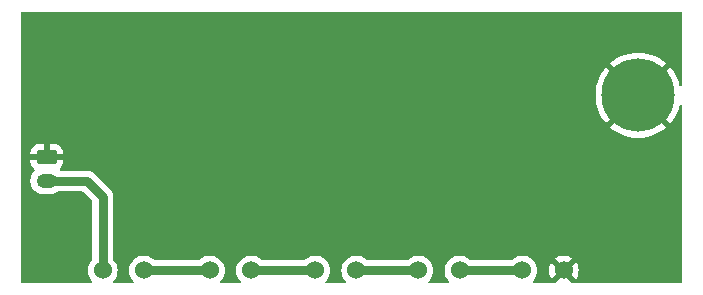
<source format=gtl>
G04 #@! TF.GenerationSoftware,KiCad,Pcbnew,8.0.0-rc1*
G04 #@! TF.CreationDate,2025-04-08T13:29:49+03:00*
G04 #@! TF.ProjectId,ST_Board_V1.0,53545f42-6f61-4726-945f-56312e302e6b,rev?*
G04 #@! TF.SameCoordinates,Original*
G04 #@! TF.FileFunction,Copper,L1,Top*
G04 #@! TF.FilePolarity,Positive*
%FSLAX46Y46*%
G04 Gerber Fmt 4.6, Leading zero omitted, Abs format (unit mm)*
G04 Created by KiCad (PCBNEW 8.0.0-rc1) date 2025-04-08 13:29:49*
%MOMM*%
%LPD*%
G01*
G04 APERTURE LIST*
G04 Aperture macros list*
%AMRoundRect*
0 Rectangle with rounded corners*
0 $1 Rounding radius*
0 $2 $3 $4 $5 $6 $7 $8 $9 X,Y pos of 4 corners*
0 Add a 4 corners polygon primitive as box body*
4,1,4,$2,$3,$4,$5,$6,$7,$8,$9,$2,$3,0*
0 Add four circle primitives for the rounded corners*
1,1,$1+$1,$2,$3*
1,1,$1+$1,$4,$5*
1,1,$1+$1,$6,$7*
1,1,$1+$1,$8,$9*
0 Add four rect primitives between the rounded corners*
20,1,$1+$1,$2,$3,$4,$5,0*
20,1,$1+$1,$4,$5,$6,$7,0*
20,1,$1+$1,$6,$7,$8,$9,0*
20,1,$1+$1,$8,$9,$2,$3,0*%
G04 Aperture macros list end*
G04 #@! TA.AperFunction,ComponentPad*
%ADD10C,1.524000*%
G04 #@! TD*
G04 #@! TA.AperFunction,ComponentPad*
%ADD11C,0.900000*%
G04 #@! TD*
G04 #@! TA.AperFunction,ComponentPad*
%ADD12C,6.200000*%
G04 #@! TD*
G04 #@! TA.AperFunction,ComponentPad*
%ADD13O,1.750000X1.200000*%
G04 #@! TD*
G04 #@! TA.AperFunction,ComponentPad*
%ADD14RoundRect,0.250000X-0.625000X0.350000X-0.625000X-0.350000X0.625000X-0.350000X0.625000X0.350000X0*%
G04 #@! TD*
G04 #@! TA.AperFunction,Conductor*
%ADD15C,0.762000*%
G04 #@! TD*
G04 APERTURE END LIST*
D10*
X153610000Y-101040000D03*
X157110000Y-101040000D03*
D11*
X174827580Y-86212000D03*
X174077580Y-88062000D03*
X174077580Y-84362000D03*
X172227580Y-88812000D03*
D12*
X172227580Y-86212000D03*
D11*
X172227580Y-83612000D03*
X170377580Y-88062000D03*
X170377580Y-84362000D03*
X169627580Y-86212000D03*
D10*
X162430000Y-101040000D03*
X165930000Y-101040000D03*
X135970000Y-101040000D03*
X139470000Y-101040000D03*
X144880000Y-101040000D03*
X148380000Y-101040000D03*
X126890000Y-101040000D03*
X130390000Y-101040000D03*
D13*
X122150000Y-93457000D03*
D14*
X122150000Y-91457000D03*
D15*
X130390000Y-101040000D02*
X135970000Y-101040000D01*
X139470000Y-101040000D02*
X144880000Y-101040000D01*
X148380000Y-101040000D02*
X153610000Y-101040000D01*
X157110000Y-101040000D02*
X162430000Y-101040000D01*
X126890000Y-94780000D02*
X126890000Y-101040000D01*
X125567000Y-93457000D02*
X126890000Y-94780000D01*
X122150000Y-93457000D02*
X125567000Y-93457000D01*
G04 #@! TA.AperFunction,Conductor*
G36*
X175903039Y-79159685D02*
G01*
X175948794Y-79212489D01*
X175960000Y-79264000D01*
X175960000Y-85290378D01*
X175940315Y-85357417D01*
X175887511Y-85403172D01*
X175818353Y-85413116D01*
X175754797Y-85384091D01*
X175717023Y-85325313D01*
X175716225Y-85322471D01*
X175656080Y-85098007D01*
X175520855Y-84745735D01*
X175349547Y-84409525D01*
X175144039Y-84093070D01*
X174945382Y-83847750D01*
X174372435Y-84420696D01*
X174377580Y-84401496D01*
X174377580Y-84322504D01*
X174357136Y-84246204D01*
X174317640Y-84177795D01*
X174261785Y-84121940D01*
X174193376Y-84082444D01*
X174117076Y-84062000D01*
X174038084Y-84062000D01*
X174018878Y-84067145D01*
X174591829Y-83494195D01*
X174591828Y-83494194D01*
X174346514Y-83295544D01*
X174030054Y-83090032D01*
X173693844Y-82918724D01*
X173341572Y-82783499D01*
X172977090Y-82685837D01*
X172977083Y-82685836D01*
X172604400Y-82626808D01*
X172227581Y-82607060D01*
X172227579Y-82607060D01*
X171850759Y-82626808D01*
X171478076Y-82685836D01*
X171478069Y-82685837D01*
X171113587Y-82783499D01*
X170761315Y-82918724D01*
X170425105Y-83090032D01*
X170108645Y-83295544D01*
X169863329Y-83494195D01*
X169863329Y-83494196D01*
X170436278Y-84067145D01*
X170417076Y-84062000D01*
X170338084Y-84062000D01*
X170261784Y-84082444D01*
X170193375Y-84121940D01*
X170137520Y-84177795D01*
X170098024Y-84246204D01*
X170077580Y-84322504D01*
X170077580Y-84401496D01*
X170082725Y-84420698D01*
X169509776Y-83847749D01*
X169509775Y-83847749D01*
X169311124Y-84093065D01*
X169105612Y-84409525D01*
X168934304Y-84745735D01*
X168799079Y-85098007D01*
X168701417Y-85462489D01*
X168701416Y-85462496D01*
X168642388Y-85835179D01*
X168622640Y-86211999D01*
X168622640Y-86212000D01*
X168642388Y-86588820D01*
X168701416Y-86961503D01*
X168701417Y-86961510D01*
X168799079Y-87325992D01*
X168934304Y-87678264D01*
X169105612Y-88014474D01*
X169311124Y-88330934D01*
X169509774Y-88576248D01*
X169509775Y-88576249D01*
X170082725Y-88003298D01*
X170077580Y-88022504D01*
X170077580Y-88101496D01*
X170098024Y-88177796D01*
X170137520Y-88246205D01*
X170193375Y-88302060D01*
X170261784Y-88341556D01*
X170338084Y-88362000D01*
X170417076Y-88362000D01*
X170436277Y-88356855D01*
X169863330Y-88929802D01*
X170108650Y-89128459D01*
X170425105Y-89333967D01*
X170761315Y-89505275D01*
X171113587Y-89640500D01*
X171478069Y-89738162D01*
X171478076Y-89738163D01*
X171850759Y-89797191D01*
X172227579Y-89816940D01*
X172227581Y-89816940D01*
X172604400Y-89797191D01*
X172977083Y-89738163D01*
X172977090Y-89738162D01*
X173341572Y-89640500D01*
X173693844Y-89505275D01*
X174030054Y-89333967D01*
X174346503Y-89128463D01*
X174591829Y-88929802D01*
X174018882Y-88356855D01*
X174038084Y-88362000D01*
X174117076Y-88362000D01*
X174193376Y-88341556D01*
X174261785Y-88302060D01*
X174317640Y-88246205D01*
X174357136Y-88177796D01*
X174377580Y-88101496D01*
X174377580Y-88022504D01*
X174372434Y-88003300D01*
X174945382Y-88576248D01*
X175144043Y-88330923D01*
X175349547Y-88014474D01*
X175520855Y-87678264D01*
X175656080Y-87325992D01*
X175716225Y-87101528D01*
X175752590Y-87041867D01*
X175815437Y-87011338D01*
X175884812Y-87019633D01*
X175938690Y-87064118D01*
X175959965Y-87130670D01*
X175960000Y-87133621D01*
X175960000Y-102016000D01*
X175940315Y-102083039D01*
X175887511Y-102128794D01*
X175836000Y-102140000D01*
X166727809Y-102140000D01*
X166660770Y-102120315D01*
X166640128Y-102103681D01*
X165957448Y-101421000D01*
X165980160Y-101421000D01*
X166077061Y-101395036D01*
X166163940Y-101344876D01*
X166234876Y-101273940D01*
X166285036Y-101187061D01*
X166311000Y-101090160D01*
X166311000Y-101067447D01*
X166981741Y-101738188D01*
X167027094Y-101673417D01*
X167027100Y-101673407D01*
X167120419Y-101473284D01*
X167120424Y-101473270D01*
X167177573Y-101259986D01*
X167177575Y-101259976D01*
X167196821Y-101040000D01*
X167196821Y-101039999D01*
X167177575Y-100820023D01*
X167177573Y-100820013D01*
X167120424Y-100606729D01*
X167120420Y-100606720D01*
X167027096Y-100406586D01*
X166981741Y-100341811D01*
X166981740Y-100341810D01*
X166311000Y-101012551D01*
X166311000Y-100989840D01*
X166285036Y-100892939D01*
X166234876Y-100806060D01*
X166163940Y-100735124D01*
X166077061Y-100684964D01*
X165980160Y-100659000D01*
X165957448Y-100659000D01*
X166628188Y-99988259D01*
X166628187Y-99988258D01*
X166563411Y-99942901D01*
X166563405Y-99942898D01*
X166363284Y-99849580D01*
X166363270Y-99849575D01*
X166149986Y-99792426D01*
X166149976Y-99792424D01*
X165930001Y-99773179D01*
X165929999Y-99773179D01*
X165710023Y-99792424D01*
X165710013Y-99792426D01*
X165496729Y-99849575D01*
X165496720Y-99849579D01*
X165296590Y-99942901D01*
X165231811Y-99988258D01*
X165902553Y-100659000D01*
X165879840Y-100659000D01*
X165782939Y-100684964D01*
X165696060Y-100735124D01*
X165625124Y-100806060D01*
X165574964Y-100892939D01*
X165549000Y-100989840D01*
X165549000Y-101012553D01*
X164878258Y-100341811D01*
X164832901Y-100406590D01*
X164739579Y-100606720D01*
X164739575Y-100606729D01*
X164682426Y-100820013D01*
X164682424Y-100820023D01*
X164663179Y-101039999D01*
X164663179Y-101040000D01*
X164682424Y-101259976D01*
X164682426Y-101259986D01*
X164739575Y-101473270D01*
X164739580Y-101473284D01*
X164832898Y-101673405D01*
X164832901Y-101673411D01*
X164878258Y-101738187D01*
X164878259Y-101738188D01*
X165549000Y-101067447D01*
X165549000Y-101090160D01*
X165574964Y-101187061D01*
X165625124Y-101273940D01*
X165696060Y-101344876D01*
X165782939Y-101395036D01*
X165879840Y-101421000D01*
X165902553Y-101421000D01*
X165219870Y-102103681D01*
X165158547Y-102137166D01*
X165132189Y-102140000D01*
X163414808Y-102140000D01*
X163347769Y-102120315D01*
X163302014Y-102067511D01*
X163292070Y-101998353D01*
X163321095Y-101934797D01*
X163327127Y-101928319D01*
X163333946Y-101921500D01*
X163400826Y-101854620D01*
X163527534Y-101673662D01*
X163620894Y-101473450D01*
X163678070Y-101260068D01*
X163697323Y-101040000D01*
X163678070Y-100819932D01*
X163620894Y-100606550D01*
X163527534Y-100406339D01*
X163400826Y-100225380D01*
X163244620Y-100069174D01*
X163244616Y-100069171D01*
X163244615Y-100069170D01*
X163063666Y-99942468D01*
X163063662Y-99942466D01*
X163063660Y-99942465D01*
X162863450Y-99849106D01*
X162863447Y-99849105D01*
X162863445Y-99849104D01*
X162650070Y-99791930D01*
X162650062Y-99791929D01*
X162430002Y-99772677D01*
X162429998Y-99772677D01*
X162209937Y-99791929D01*
X162209929Y-99791930D01*
X161996554Y-99849104D01*
X161996548Y-99849107D01*
X161796340Y-99942465D01*
X161796338Y-99942466D01*
X161615378Y-100069174D01*
X161562374Y-100122180D01*
X161501051Y-100155666D01*
X161474692Y-100158500D01*
X158065308Y-100158500D01*
X157998269Y-100138815D01*
X157977627Y-100122181D01*
X157924621Y-100069175D01*
X157924615Y-100069170D01*
X157743666Y-99942468D01*
X157743662Y-99942466D01*
X157743660Y-99942465D01*
X157543450Y-99849106D01*
X157543447Y-99849105D01*
X157543445Y-99849104D01*
X157330070Y-99791930D01*
X157330062Y-99791929D01*
X157110002Y-99772677D01*
X157109998Y-99772677D01*
X156889937Y-99791929D01*
X156889929Y-99791930D01*
X156676554Y-99849104D01*
X156676548Y-99849107D01*
X156476340Y-99942465D01*
X156476338Y-99942466D01*
X156295377Y-100069175D01*
X156139175Y-100225377D01*
X156012466Y-100406338D01*
X156012465Y-100406340D01*
X155919107Y-100606548D01*
X155919104Y-100606554D01*
X155861930Y-100819929D01*
X155861929Y-100819937D01*
X155842677Y-101039997D01*
X155842677Y-101040002D01*
X155861929Y-101260062D01*
X155861930Y-101260070D01*
X155919104Y-101473445D01*
X155919105Y-101473447D01*
X155919106Y-101473450D01*
X156012346Y-101673405D01*
X156012466Y-101673662D01*
X156012468Y-101673666D01*
X156139170Y-101854615D01*
X156139175Y-101854621D01*
X156212873Y-101928319D01*
X156246358Y-101989642D01*
X156241374Y-102059334D01*
X156199502Y-102115267D01*
X156134038Y-102139684D01*
X156125192Y-102140000D01*
X154594808Y-102140000D01*
X154527769Y-102120315D01*
X154482014Y-102067511D01*
X154472070Y-101998353D01*
X154501095Y-101934797D01*
X154507127Y-101928319D01*
X154513946Y-101921500D01*
X154580826Y-101854620D01*
X154707534Y-101673662D01*
X154800894Y-101473450D01*
X154858070Y-101260068D01*
X154877323Y-101040000D01*
X154858070Y-100819932D01*
X154800894Y-100606550D01*
X154707534Y-100406339D01*
X154580826Y-100225380D01*
X154424620Y-100069174D01*
X154424616Y-100069171D01*
X154424615Y-100069170D01*
X154243666Y-99942468D01*
X154243662Y-99942466D01*
X154243660Y-99942465D01*
X154043450Y-99849106D01*
X154043447Y-99849105D01*
X154043445Y-99849104D01*
X153830070Y-99791930D01*
X153830062Y-99791929D01*
X153610002Y-99772677D01*
X153609998Y-99772677D01*
X153389937Y-99791929D01*
X153389929Y-99791930D01*
X153176554Y-99849104D01*
X153176548Y-99849107D01*
X152976340Y-99942465D01*
X152976338Y-99942466D01*
X152795378Y-100069174D01*
X152742374Y-100122180D01*
X152681051Y-100155666D01*
X152654692Y-100158500D01*
X149335308Y-100158500D01*
X149268269Y-100138815D01*
X149247627Y-100122181D01*
X149194621Y-100069175D01*
X149194615Y-100069170D01*
X149013666Y-99942468D01*
X149013662Y-99942466D01*
X149013660Y-99942465D01*
X148813450Y-99849106D01*
X148813447Y-99849105D01*
X148813445Y-99849104D01*
X148600070Y-99791930D01*
X148600062Y-99791929D01*
X148380002Y-99772677D01*
X148379998Y-99772677D01*
X148159937Y-99791929D01*
X148159929Y-99791930D01*
X147946554Y-99849104D01*
X147946548Y-99849107D01*
X147746340Y-99942465D01*
X147746338Y-99942466D01*
X147565377Y-100069175D01*
X147409175Y-100225377D01*
X147282466Y-100406338D01*
X147282465Y-100406340D01*
X147189107Y-100606548D01*
X147189104Y-100606554D01*
X147131930Y-100819929D01*
X147131929Y-100819937D01*
X147112677Y-101039997D01*
X147112677Y-101040002D01*
X147131929Y-101260062D01*
X147131930Y-101260070D01*
X147189104Y-101473445D01*
X147189105Y-101473447D01*
X147189106Y-101473450D01*
X147282346Y-101673405D01*
X147282466Y-101673662D01*
X147282468Y-101673666D01*
X147409170Y-101854615D01*
X147409175Y-101854621D01*
X147482873Y-101928319D01*
X147516358Y-101989642D01*
X147511374Y-102059334D01*
X147469502Y-102115267D01*
X147404038Y-102139684D01*
X147395192Y-102140000D01*
X145864808Y-102140000D01*
X145797769Y-102120315D01*
X145752014Y-102067511D01*
X145742070Y-101998353D01*
X145771095Y-101934797D01*
X145777127Y-101928319D01*
X145783946Y-101921500D01*
X145850826Y-101854620D01*
X145977534Y-101673662D01*
X146070894Y-101473450D01*
X146128070Y-101260068D01*
X146147323Y-101040000D01*
X146128070Y-100819932D01*
X146070894Y-100606550D01*
X145977534Y-100406339D01*
X145850826Y-100225380D01*
X145694620Y-100069174D01*
X145694616Y-100069171D01*
X145694615Y-100069170D01*
X145513666Y-99942468D01*
X145513662Y-99942466D01*
X145513660Y-99942465D01*
X145313450Y-99849106D01*
X145313447Y-99849105D01*
X145313445Y-99849104D01*
X145100070Y-99791930D01*
X145100062Y-99791929D01*
X144880002Y-99772677D01*
X144879998Y-99772677D01*
X144659937Y-99791929D01*
X144659929Y-99791930D01*
X144446554Y-99849104D01*
X144446548Y-99849107D01*
X144246340Y-99942465D01*
X144246338Y-99942466D01*
X144065378Y-100069174D01*
X144012374Y-100122180D01*
X143951051Y-100155666D01*
X143924692Y-100158500D01*
X140425308Y-100158500D01*
X140358269Y-100138815D01*
X140337627Y-100122181D01*
X140284621Y-100069175D01*
X140284615Y-100069170D01*
X140103666Y-99942468D01*
X140103662Y-99942466D01*
X140103660Y-99942465D01*
X139903450Y-99849106D01*
X139903447Y-99849105D01*
X139903445Y-99849104D01*
X139690070Y-99791930D01*
X139690062Y-99791929D01*
X139470002Y-99772677D01*
X139469998Y-99772677D01*
X139249937Y-99791929D01*
X139249929Y-99791930D01*
X139036554Y-99849104D01*
X139036548Y-99849107D01*
X138836340Y-99942465D01*
X138836338Y-99942466D01*
X138655377Y-100069175D01*
X138499175Y-100225377D01*
X138372466Y-100406338D01*
X138372465Y-100406340D01*
X138279107Y-100606548D01*
X138279104Y-100606554D01*
X138221930Y-100819929D01*
X138221929Y-100819937D01*
X138202677Y-101039997D01*
X138202677Y-101040002D01*
X138221929Y-101260062D01*
X138221930Y-101260070D01*
X138279104Y-101473445D01*
X138279105Y-101473447D01*
X138279106Y-101473450D01*
X138372346Y-101673405D01*
X138372466Y-101673662D01*
X138372468Y-101673666D01*
X138499170Y-101854615D01*
X138499175Y-101854621D01*
X138572873Y-101928319D01*
X138606358Y-101989642D01*
X138601374Y-102059334D01*
X138559502Y-102115267D01*
X138494038Y-102139684D01*
X138485192Y-102140000D01*
X136954808Y-102140000D01*
X136887769Y-102120315D01*
X136842014Y-102067511D01*
X136832070Y-101998353D01*
X136861095Y-101934797D01*
X136867127Y-101928319D01*
X136873946Y-101921500D01*
X136940826Y-101854620D01*
X137067534Y-101673662D01*
X137160894Y-101473450D01*
X137218070Y-101260068D01*
X137237323Y-101040000D01*
X137218070Y-100819932D01*
X137160894Y-100606550D01*
X137067534Y-100406339D01*
X136940826Y-100225380D01*
X136784620Y-100069174D01*
X136784616Y-100069171D01*
X136784615Y-100069170D01*
X136603666Y-99942468D01*
X136603662Y-99942466D01*
X136603660Y-99942465D01*
X136403450Y-99849106D01*
X136403447Y-99849105D01*
X136403445Y-99849104D01*
X136190070Y-99791930D01*
X136190062Y-99791929D01*
X135970002Y-99772677D01*
X135969998Y-99772677D01*
X135749937Y-99791929D01*
X135749929Y-99791930D01*
X135536554Y-99849104D01*
X135536548Y-99849107D01*
X135336340Y-99942465D01*
X135336338Y-99942466D01*
X135155378Y-100069174D01*
X135102374Y-100122180D01*
X135041051Y-100155666D01*
X135014692Y-100158500D01*
X131345308Y-100158500D01*
X131278269Y-100138815D01*
X131257627Y-100122181D01*
X131204621Y-100069175D01*
X131204615Y-100069170D01*
X131023666Y-99942468D01*
X131023662Y-99942466D01*
X131023660Y-99942465D01*
X130823450Y-99849106D01*
X130823447Y-99849105D01*
X130823445Y-99849104D01*
X130610070Y-99791930D01*
X130610062Y-99791929D01*
X130390002Y-99772677D01*
X130389998Y-99772677D01*
X130169937Y-99791929D01*
X130169929Y-99791930D01*
X129956554Y-99849104D01*
X129956548Y-99849107D01*
X129756340Y-99942465D01*
X129756338Y-99942466D01*
X129575377Y-100069175D01*
X129419175Y-100225377D01*
X129292466Y-100406338D01*
X129292465Y-100406340D01*
X129199107Y-100606548D01*
X129199104Y-100606554D01*
X129141930Y-100819929D01*
X129141929Y-100819937D01*
X129122677Y-101039997D01*
X129122677Y-101040002D01*
X129141929Y-101260062D01*
X129141930Y-101260070D01*
X129199104Y-101473445D01*
X129199105Y-101473447D01*
X129199106Y-101473450D01*
X129292346Y-101673405D01*
X129292466Y-101673662D01*
X129292468Y-101673666D01*
X129419170Y-101854615D01*
X129419175Y-101854621D01*
X129492873Y-101928319D01*
X129526358Y-101989642D01*
X129521374Y-102059334D01*
X129479502Y-102115267D01*
X129414038Y-102139684D01*
X129405192Y-102140000D01*
X127874808Y-102140000D01*
X127807769Y-102120315D01*
X127762014Y-102067511D01*
X127752070Y-101998353D01*
X127781095Y-101934797D01*
X127787127Y-101928319D01*
X127793946Y-101921500D01*
X127860826Y-101854620D01*
X127987534Y-101673662D01*
X128080894Y-101473450D01*
X128138070Y-101260068D01*
X128157323Y-101040000D01*
X128138070Y-100819932D01*
X128080894Y-100606550D01*
X127987534Y-100406339D01*
X127860826Y-100225380D01*
X127860824Y-100225377D01*
X127807819Y-100172372D01*
X127774334Y-100111049D01*
X127771500Y-100084691D01*
X127771500Y-94693179D01*
X127771499Y-94693175D01*
X127737626Y-94522883D01*
X127737625Y-94522876D01*
X127673499Y-94368065D01*
X127671856Y-94363473D01*
X127671175Y-94362453D01*
X127574706Y-94218077D01*
X127451923Y-94095294D01*
X127236074Y-93879445D01*
X126128927Y-92772296D01*
X126128926Y-92772295D01*
X125984543Y-92675822D01*
X125824128Y-92609377D01*
X125824118Y-92609374D01*
X125653823Y-92575500D01*
X125653821Y-92575500D01*
X125653820Y-92575500D01*
X123366523Y-92575500D01*
X123299484Y-92555815D01*
X123253729Y-92503011D01*
X123243785Y-92433853D01*
X123272810Y-92370297D01*
X123278842Y-92363819D01*
X123367315Y-92275345D01*
X123459356Y-92126124D01*
X123459358Y-92126119D01*
X123514505Y-91959697D01*
X123514506Y-91959690D01*
X123524999Y-91856986D01*
X123525000Y-91856973D01*
X123525000Y-91707000D01*
X122430330Y-91707000D01*
X122450075Y-91687255D01*
X122499444Y-91601745D01*
X122525000Y-91506370D01*
X122525000Y-91407630D01*
X122499444Y-91312255D01*
X122450075Y-91226745D01*
X122430330Y-91207000D01*
X123524999Y-91207000D01*
X123524999Y-91057028D01*
X123524998Y-91057013D01*
X123514505Y-90954302D01*
X123459358Y-90787880D01*
X123459356Y-90787875D01*
X123367315Y-90638654D01*
X123243345Y-90514684D01*
X123094124Y-90422643D01*
X123094119Y-90422641D01*
X122927697Y-90367494D01*
X122927690Y-90367493D01*
X122824986Y-90357000D01*
X122400000Y-90357000D01*
X122400000Y-91176670D01*
X122380255Y-91156925D01*
X122294745Y-91107556D01*
X122199370Y-91082000D01*
X122100630Y-91082000D01*
X122005255Y-91107556D01*
X121919745Y-91156925D01*
X121900000Y-91176670D01*
X121900000Y-90357000D01*
X121475028Y-90357000D01*
X121475012Y-90357001D01*
X121372302Y-90367494D01*
X121205880Y-90422641D01*
X121205875Y-90422643D01*
X121056654Y-90514684D01*
X120932684Y-90638654D01*
X120840643Y-90787875D01*
X120840641Y-90787880D01*
X120785494Y-90954302D01*
X120785493Y-90954309D01*
X120775000Y-91057013D01*
X120775000Y-91207000D01*
X121869670Y-91207000D01*
X121849925Y-91226745D01*
X121800556Y-91312255D01*
X121775000Y-91407630D01*
X121775000Y-91506370D01*
X121800556Y-91601745D01*
X121849925Y-91687255D01*
X121869670Y-91707000D01*
X120775001Y-91707000D01*
X120775001Y-91856986D01*
X120785494Y-91959697D01*
X120840641Y-92126119D01*
X120840643Y-92126124D01*
X120932684Y-92275345D01*
X121056656Y-92399317D01*
X121120906Y-92438946D01*
X121167631Y-92490893D01*
X121178854Y-92559856D01*
X121151011Y-92623938D01*
X121143492Y-92632166D01*
X121035585Y-92740073D01*
X120933768Y-92880211D01*
X120855128Y-93034552D01*
X120801597Y-93199302D01*
X120774500Y-93370389D01*
X120774500Y-93543611D01*
X120801598Y-93714701D01*
X120855127Y-93879445D01*
X120933768Y-94033788D01*
X121035586Y-94173928D01*
X121158072Y-94296414D01*
X121298212Y-94398232D01*
X121452555Y-94476873D01*
X121617299Y-94530402D01*
X121788389Y-94557500D01*
X121788390Y-94557500D01*
X122511610Y-94557500D01*
X122511611Y-94557500D01*
X122682701Y-94530402D01*
X122847445Y-94476873D01*
X123001788Y-94398232D01*
X123051407Y-94362181D01*
X123117212Y-94338702D01*
X123124292Y-94338500D01*
X125150508Y-94338500D01*
X125217547Y-94358185D01*
X125238189Y-94374819D01*
X125972181Y-95108810D01*
X126005666Y-95170133D01*
X126008500Y-95196491D01*
X126008500Y-100084691D01*
X125988815Y-100151730D01*
X125972181Y-100172372D01*
X125919175Y-100225377D01*
X125792466Y-100406338D01*
X125792465Y-100406340D01*
X125699107Y-100606548D01*
X125699104Y-100606554D01*
X125641930Y-100819929D01*
X125641929Y-100819937D01*
X125622677Y-101039997D01*
X125622677Y-101040002D01*
X125641929Y-101260062D01*
X125641930Y-101260070D01*
X125699104Y-101473445D01*
X125699105Y-101473447D01*
X125699106Y-101473450D01*
X125792346Y-101673405D01*
X125792466Y-101673662D01*
X125792468Y-101673666D01*
X125919170Y-101854615D01*
X125919175Y-101854621D01*
X125992873Y-101928319D01*
X126026358Y-101989642D01*
X126021374Y-102059334D01*
X125979502Y-102115267D01*
X125914038Y-102139684D01*
X125905192Y-102140000D01*
X120124000Y-102140000D01*
X120056961Y-102120315D01*
X120011206Y-102067511D01*
X120000000Y-102016000D01*
X120000000Y-79264000D01*
X120019685Y-79196961D01*
X120072489Y-79151206D01*
X120124000Y-79140000D01*
X175836000Y-79140000D01*
X175903039Y-79159685D01*
G37*
G04 #@! TD.AperFunction*
G04 #@! TA.AperFunction,Conductor*
G36*
X170637794Y-87606205D02*
G01*
X170833375Y-87801786D01*
X170922759Y-87870372D01*
X170672435Y-88120697D01*
X170677580Y-88101496D01*
X170677580Y-88022504D01*
X170657136Y-87946204D01*
X170617640Y-87877795D01*
X170561785Y-87821940D01*
X170493376Y-87782444D01*
X170417076Y-87762000D01*
X170338084Y-87762000D01*
X170318878Y-87767145D01*
X170569206Y-87516818D01*
X170637794Y-87606205D01*
G37*
G04 #@! TD.AperFunction*
G04 #@! TA.AperFunction,Conductor*
G36*
X174136279Y-87767145D02*
G01*
X174117076Y-87762000D01*
X174038084Y-87762000D01*
X173961784Y-87782444D01*
X173893375Y-87821940D01*
X173837520Y-87877795D01*
X173798024Y-87946204D01*
X173777580Y-88022504D01*
X173777580Y-88101496D01*
X173782724Y-88120697D01*
X173532400Y-87870372D01*
X173621785Y-87801786D01*
X173817366Y-87606205D01*
X173885953Y-87516819D01*
X174136279Y-87767145D01*
G37*
G04 #@! TD.AperFunction*
G04 #@! TA.AperFunction,Conductor*
G36*
X170922760Y-84553626D02*
G01*
X170833375Y-84622214D01*
X170637794Y-84817795D01*
X170569206Y-84907179D01*
X170318881Y-84656854D01*
X170338084Y-84662000D01*
X170417076Y-84662000D01*
X170493376Y-84641556D01*
X170561785Y-84602060D01*
X170617640Y-84546205D01*
X170657136Y-84477796D01*
X170677580Y-84401496D01*
X170677580Y-84322504D01*
X170672434Y-84303301D01*
X170922760Y-84553626D01*
G37*
G04 #@! TD.AperFunction*
G04 #@! TA.AperFunction,Conductor*
G36*
X173777580Y-84322504D02*
G01*
X173777580Y-84401496D01*
X173798024Y-84477796D01*
X173837520Y-84546205D01*
X173893375Y-84602060D01*
X173961784Y-84641556D01*
X174038084Y-84662000D01*
X174117076Y-84662000D01*
X174136276Y-84656855D01*
X173885952Y-84907179D01*
X173817366Y-84817795D01*
X173621785Y-84622214D01*
X173532399Y-84553626D01*
X173782725Y-84303299D01*
X173777580Y-84322504D01*
G37*
G04 #@! TD.AperFunction*
M02*

</source>
